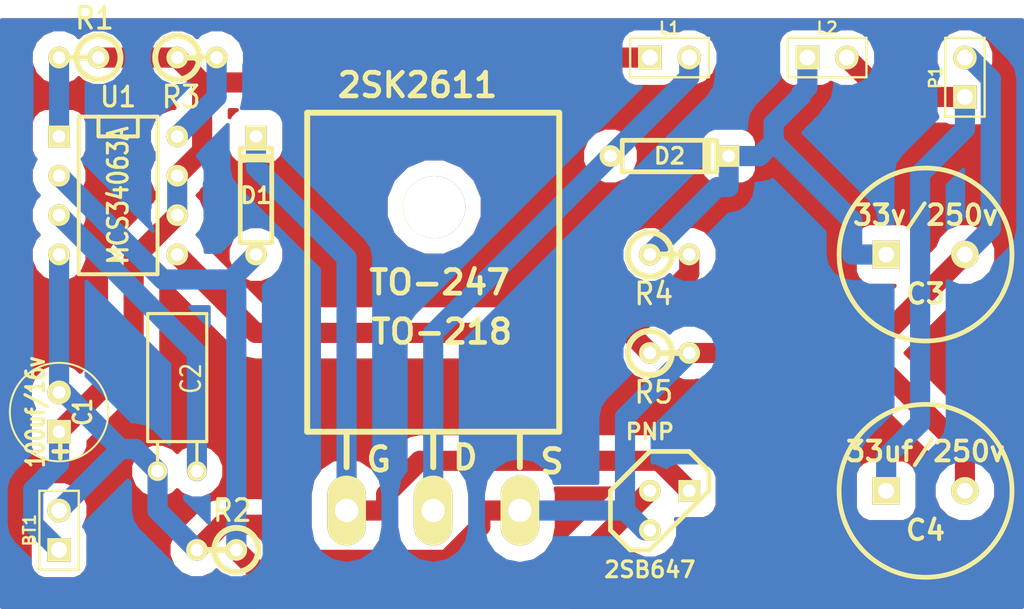
<source format=kicad_pcb>
(kicad_pcb (version 3) (host pcbnew "(2013-mar-13)-testing")

  (general
    (links 33)
    (no_connects 0)
    (area 115.57 89.1159 181.991 128.270001)
    (thickness 1.6)
    (drawings 0)
    (tracks 95)
    (zones 0)
    (modules 18)
    (nets 12)
  )

  (page A4)
  (layers
    (15 F.Cu signal)
    (0 B.Cu signal)
    (16 B.Adhes user)
    (17 F.Adhes user)
    (18 B.Paste user)
    (19 F.Paste user)
    (20 B.SilkS user)
    (21 F.SilkS user)
    (22 B.Mask user)
    (23 F.Mask user)
    (24 Dwgs.User user)
    (25 Cmts.User user)
    (26 Eco1.User user)
    (27 Eco2.User user)
    (28 Edge.Cuts user)
  )

  (setup
    (last_trace_width 1.3)
    (trace_clearance 0.254)
    (zone_clearance 1)
    (zone_45_only no)
    (trace_min 0.254)
    (segment_width 0.2)
    (edge_width 0.15)
    (via_size 0.889)
    (via_drill 0.635)
    (via_min_size 0.889)
    (via_min_drill 0.508)
    (uvia_size 0.508)
    (uvia_drill 0.127)
    (uvias_allowed no)
    (uvia_min_size 0.508)
    (uvia_min_drill 0.127)
    (pcb_text_width 0.3)
    (pcb_text_size 1.5 1.5)
    (mod_edge_width 0.15)
    (mod_text_size 1.5 1.5)
    (mod_text_width 0.15)
    (pad_size 1.4 1.4)
    (pad_drill 0.6)
    (pad_to_mask_clearance 0.2)
    (aux_axis_origin 0 0)
    (visible_elements FFFFFF7F)
    (pcbplotparams
      (layerselection 3178497)
      (usegerberextensions true)
      (excludeedgelayer true)
      (linewidth 0.150000)
      (plotframeref false)
      (viasonmask false)
      (mode 1)
      (useauxorigin false)
      (hpglpennumber 1)
      (hpglpenspeed 20)
      (hpglpendiameter 15)
      (hpglpenoverlay 2)
      (psnegative false)
      (psa4output false)
      (plotreference true)
      (plotvalue true)
      (plotothertext true)
      (plotinvisibletext false)
      (padsonsilk false)
      (subtractmaskfromsilk false)
      (outputformat 1)
      (mirror false)
      (drillshape 0)
      (scaleselection 1)
      (outputdirectory ""))
  )

  (net 0 "")
  (net 1 N-000001)
  (net 2 N-0000010)
  (net 3 N-0000011)
  (net 4 N-000002)
  (net 5 N-000003)
  (net 6 N-000004)
  (net 7 N-000005)
  (net 8 N-000006)
  (net 9 N-000007)
  (net 10 N-000008)
  (net 11 N-000009)

  (net_class Default "This is the default net class."
    (clearance 0.254)
    (trace_width 1.3)
    (via_dia 0.889)
    (via_drill 0.635)
    (uvia_dia 0.508)
    (uvia_drill 0.127)
    (add_net "")
    (add_net N-000001)
    (add_net N-0000010)
    (add_net N-0000011)
    (add_net N-000002)
    (add_net N-000003)
    (add_net N-000004)
    (add_net N-000005)
    (add_net N-000006)
    (add_net N-000007)
    (add_net N-000008)
    (add_net N-000009)
  )

  (module TO92 (layer F.Cu) (tedit 443CFFD1) (tstamp 52EE020B)
    (at 158.75 121.92)
    (descr "Transistor TO92 brochage type BC237")
    (tags "TR TO92")
    (path /52ECE0A1)
    (fp_text reference 2SB647 (at -1.27 3.81) (layer F.SilkS)
      (effects (font (size 1.016 1.016) (thickness 0.2032)))
    )
    (fp_text value PNP (at -1.27 -5.08) (layer F.SilkS)
      (effects (font (size 1.016 1.016) (thickness 0.2032)))
    )
    (fp_line (start -1.27 2.54) (end 2.54 -1.27) (layer F.SilkS) (width 0.3048))
    (fp_line (start 2.54 -1.27) (end 2.54 -2.54) (layer F.SilkS) (width 0.3048))
    (fp_line (start 2.54 -2.54) (end 1.27 -3.81) (layer F.SilkS) (width 0.3048))
    (fp_line (start 1.27 -3.81) (end -1.27 -3.81) (layer F.SilkS) (width 0.3048))
    (fp_line (start -1.27 -3.81) (end -3.81 -1.27) (layer F.SilkS) (width 0.3048))
    (fp_line (start -3.81 -1.27) (end -3.81 1.27) (layer F.SilkS) (width 0.3048))
    (fp_line (start -3.81 1.27) (end -2.54 2.54) (layer F.SilkS) (width 0.3048))
    (fp_line (start -2.54 2.54) (end -1.27 2.54) (layer F.SilkS) (width 0.3048))
    (pad 1 thru_hole rect (at 1.27 -1.27) (size 1.397 1.397) (drill 0.8128)
      (layers *.Cu *.Mask F.SilkS)
      (net 6 N-000004)
    )
    (pad 2 thru_hole circle (at -1.27 -1.27) (size 1.397 1.397) (drill 0.8128)
      (layers *.Cu *.Mask F.SilkS)
      (net 11 N-000009)
    )
    (pad 3 thru_hole circle (at -1.27 1.27) (size 1.397 1.397) (drill 0.8128)
      (layers *.Cu *.Mask F.SilkS)
      (net 10 N-000008)
    )
    (model discret/to98.wrl
      (at (xyz 0 0 0))
      (scale (xyz 1 1 1))
      (rotate (xyz 0 0 0))
    )
  )

  (module TO-247_Horizontal_FET-GDS (layer F.Cu) (tedit 4BBB254D) (tstamp 52EE0220)
    (at 143.51 121.92)
    (descr "Transistor FET TO-247 TO-218 TOP-3, 1=Gate 2=Drain 3=Source, lying horizontal, Front upward")
    (tags "Transistor FET GDS TO-247 TO-218 TOP-3")
    (path /52ECDF19)
    (fp_text reference 2SK2611 (at -1.016 -27.432) (layer F.SilkS)
      (effects (font (thickness 0.3048)))
    )
    (fp_text value MOSFET-N (at -1.27 5.08) (layer F.SilkS) hide
      (effects (font (thickness 0.3048)))
    )
    (fp_line (start -5.588 -2.794) (end -5.588 -5.08) (layer F.SilkS) (width 0.381))
    (fp_line (start 0 -2.794) (end 0 -5.08) (layer F.SilkS) (width 0.381))
    (fp_line (start 5.588 -2.794) (end 5.588 -5.08) (layer F.SilkS) (width 0.381))
    (fp_text user TO-218 (at 0.5588 -11.5316) (layer F.SilkS)
      (effects (font (thickness 0.3048)))
    )
    (fp_text user TO-247 (at 0.4064 -14.7066) (layer F.SilkS)
      (effects (font (thickness 0.3048)))
    )
    (fp_circle (center 0 -19.558) (end 1.778 -19.558) (layer F.SilkS) (width 0.381))
    (fp_text user S (at 7.6581 -3.1623) (layer F.SilkS)
      (effects (font (thickness 0.3048)))
    )
    (fp_text user D (at 2.0701 -3.4163) (layer F.SilkS)
      (effects (font (thickness 0.3048)))
    )
    (fp_text user G (at -3.5179 -3.2893) (layer F.SilkS)
      (effects (font (thickness 0.3048)))
    )
    (fp_line (start 8.128 -25.654) (end 8.128 -5.08) (layer F.SilkS) (width 0.381))
    (fp_line (start -8.128 -25.654) (end 8.128 -25.654) (layer F.SilkS) (width 0.381))
    (fp_line (start -8.128 -5.08) (end -8.128 -25.654) (layer F.SilkS) (width 0.381))
    (fp_line (start 8.128 -5.08) (end -8.128 -5.08) (layer F.SilkS) (width 0.381))
    (pad D thru_hole oval (at 0 0 90) (size 4.50088 2.49936) (drill 1.50114)
      (layers *.Cu *.Mask F.SilkS)
      (net 1 N-000001)
    )
    (pad G thru_hole oval (at -5.588 0 90) (size 4.50088 2.49936) (drill 1.50114)
      (layers *.Cu *.Mask F.SilkS)
      (net 6 N-000004)
    )
    (pad S thru_hole oval (at 5.588 0 90) (size 4.50088 2.49936) (drill 1.50114)
      (layers *.Cu *.Mask F.SilkS)
      (net 10 N-000008)
    )
    (pad 9 thru_hole circle (at 0.0635 -19.5707) (size 4.0005 4.0005) (drill 4.0005)
      (layers B.Cu)
    )
    (model ../extra_mod/packages3d/to218ah.wrl
      (at (xyz 0 0.4 0))
      (scale (xyz 1 1 1))
      (rotate (xyz 0 0 0))
    )
  )

  (module C1V7 (layer F.Cu) (tedit 200000) (tstamp 52EE0228)
    (at 119.38 115.57 90)
    (path /52ECE01C)
    (fp_text reference C1 (at 0 1.524 90) (layer F.SilkS)
      (effects (font (size 1.143 0.889) (thickness 0.2032)))
    )
    (fp_text value 100uf/16v (at 0 -1.524 90) (layer F.SilkS)
      (effects (font (size 1.143 0.889) (thickness 0.2032)))
    )
    (fp_text user + (at -2.54 0 90) (layer F.SilkS)
      (effects (font (size 1.143 1.143) (thickness 0.3048)))
    )
    (fp_circle (center 0 0) (end 3.175 0) (layer F.SilkS) (width 0.127))
    (pad 1 thru_hole rect (at -1.27 0 90) (size 1.524 1.524) (drill 0.8128)
      (layers *.Cu *.Mask F.SilkS)
      (net 2 N-0000010)
    )
    (pad 2 thru_hole circle (at 1.27 0 90) (size 1.524 1.524) (drill 0.8128)
      (layers *.Cu *.Mask F.SilkS)
      (net 10 N-000008)
    )
    (model discret/c_vert_c1v7.wrl
      (at (xyz 0 0 0))
      (scale (xyz 1 1 1))
      (rotate (xyz 0 0 0))
    )
  )

  (module QMONTRE (layer F.Cu) (tedit 451BB194) (tstamp 52EE0234)
    (at 127 119.38 180)
    (path /52ECE02C)
    (fp_text reference C2 (at -0.889 5.969 270) (layer F.SilkS)
      (effects (font (size 1.27 1.016) (thickness 0.1524)))
    )
    (fp_text value 1500pf (at 0.889 6.096 270) (layer F.SilkS) hide
      (effects (font (size 1.27 0.762) (thickness 0.1524)))
    )
    (fp_line (start -1.905 1.905) (end 1.905 1.905) (layer F.SilkS) (width 0.2032))
    (fp_line (start 1.905 1.905) (end 1.905 10.16) (layer F.SilkS) (width 0.2032))
    (fp_line (start 1.905 10.16) (end -1.905 10.16) (layer F.SilkS) (width 0.2032))
    (fp_line (start -1.905 10.16) (end -1.905 1.905) (layer F.SilkS) (width 0.2032))
    (fp_line (start -1.27 0) (end -1.27 1.905) (layer F.SilkS) (width 0.2032))
    (fp_line (start 1.27 0) (end 1.27 1.905) (layer F.SilkS) (width 0.2032))
    (pad 1 thru_hole circle (at -1.27 0 180) (size 1.27 1.27) (drill 0.8128)
      (layers *.Cu *.Mask F.SilkS)
      (net 3 N-0000011)
    )
    (pad 2 thru_hole circle (at 1.27 0 180) (size 1.27 1.27) (drill 0.8128)
      (layers *.Cu *.Mask F.SilkS)
      (net 10 N-000008)
    )
    (model discret/qmontre.wrl
      (at (xyz 0 0 0))
      (scale (xyz 1 1 1))
      (rotate (xyz 0 0 0))
    )
  )

  (module C2V10 (layer F.Cu) (tedit 41854742) (tstamp 52EE0490)
    (at 175.26 105.41)
    (descr "Condensateur polarise")
    (tags CP)
    (path /52ECE0D9)
    (fp_text reference C3 (at 0 2.54) (layer F.SilkS)
      (effects (font (size 1.27 1.27) (thickness 0.254)))
    )
    (fp_text value 33v/250v (at 0 -2.54) (layer F.SilkS)
      (effects (font (size 1.27 1.27) (thickness 0.254)))
    )
    (fp_circle (center 0 0) (end 4.826 -2.794) (layer F.SilkS) (width 0.3048))
    (pad 1 thru_hole rect (at -2.54 0) (size 1.778 1.778) (drill 1.016)
      (layers *.Cu *.Mask F.SilkS)
      (net 5 N-000003)
    )
    (pad 2 thru_hole circle (at 2.54 0) (size 1.778 1.778) (drill 1.016)
      (layers *.Cu *.Mask F.SilkS)
      (net 10 N-000008)
    )
    (model discret/c_vert_c2v10.wrl
      (at (xyz 0 0 0))
      (scale (xyz 1 1 1))
      (rotate (xyz 0 0 0))
    )
  )

  (module C2V10 (layer F.Cu) (tedit 41854742) (tstamp 52EE0242)
    (at 175.26 120.65)
    (descr "Condensateur polarise")
    (tags CP)
    (path /52ECE0DF)
    (fp_text reference C4 (at 0 2.54) (layer F.SilkS)
      (effects (font (size 1.27 1.27) (thickness 0.254)))
    )
    (fp_text value 33uf/250v (at 0 -2.54) (layer F.SilkS)
      (effects (font (size 1.27 1.27) (thickness 0.254)))
    )
    (fp_circle (center 0 0) (end 4.826 -2.794) (layer F.SilkS) (width 0.3048))
    (pad 1 thru_hole rect (at -2.54 0) (size 1.778 1.778) (drill 1.016)
      (layers *.Cu *.Mask F.SilkS)
      (net 8 N-000006)
    )
    (pad 2 thru_hole circle (at 2.54 0) (size 1.778 1.778) (drill 1.016)
      (layers *.Cu *.Mask F.SilkS)
      (net 10 N-000008)
    )
    (model discret/c_vert_c2v10.wrl
      (at (xyz 0 0 0))
      (scale (xyz 1 1 1))
      (rotate (xyz 0 0 0))
    )
  )

  (module D3 (layer F.Cu) (tedit 52EF4474) (tstamp 52EE0514)
    (at 132.08 101.6 90)
    (descr "Diode 3 pas")
    (tags "DIODE DEV")
    (path /52ECE0D3)
    (fp_text reference D1 (at 0 0 180) (layer F.SilkS)
      (effects (font (size 1.016 1.016) (thickness 0.2032)))
    )
    (fp_text value 1N4148 (at 0 0 90) (layer F.SilkS) hide
      (effects (font (size 1.016 1.016) (thickness 0.2032)))
    )
    (fp_line (start 3.81 0) (end 3.048 0) (layer F.SilkS) (width 0.3048))
    (fp_line (start 3.048 0) (end 3.048 -1.016) (layer F.SilkS) (width 0.3048))
    (fp_line (start 3.048 -1.016) (end -3.048 -1.016) (layer F.SilkS) (width 0.3048))
    (fp_line (start -3.048 -1.016) (end -3.048 0) (layer F.SilkS) (width 0.3048))
    (fp_line (start -3.048 0) (end -3.81 0) (layer F.SilkS) (width 0.3048))
    (fp_line (start -3.048 0) (end -3.048 1.016) (layer F.SilkS) (width 0.3048))
    (fp_line (start -3.048 1.016) (end 3.048 1.016) (layer F.SilkS) (width 0.3048))
    (fp_line (start 3.048 1.016) (end 3.048 0) (layer F.SilkS) (width 0.3048))
    (fp_line (start 2.54 -1.016) (end 2.54 1.016) (layer F.SilkS) (width 0.3048))
    (fp_line (start 2.286 1.016) (end 2.286 -1.016) (layer F.SilkS) (width 0.3048))
    (pad 2 thru_hole rect (at 3.81 0 90) (size 1.397 1.397) (drill 0.8128)
      (layers *.Cu *.Mask F.SilkS)
      (net 6 N-000004)
    )
    (pad 1 thru_hole circle (at -3.81 0 90) (size 1.397 1.397) (drill 0.8128)
      (layers *.Cu *.Mask F.SilkS)
      (net 11 N-000009)
    )
    (model discret/diode.wrl
      (at (xyz 0 0 0))
      (scale (xyz 0.3 0.3 0.3))
      (rotate (xyz 0 0 0))
    )
  )

  (module D3 (layer F.Cu) (tedit 200000) (tstamp 52EE0262)
    (at 158.75 99.06)
    (descr "Diode 3 pas")
    (tags "DIODE DEV")
    (path /52ECE0D1)
    (fp_text reference D2 (at 0 0) (layer F.SilkS)
      (effects (font (size 1.016 1.016) (thickness 0.2032)))
    )
    (fp_text value FR157 (at 0 0) (layer F.SilkS) hide
      (effects (font (size 1.016 1.016) (thickness 0.2032)))
    )
    (fp_line (start 3.81 0) (end 3.048 0) (layer F.SilkS) (width 0.3048))
    (fp_line (start 3.048 0) (end 3.048 -1.016) (layer F.SilkS) (width 0.3048))
    (fp_line (start 3.048 -1.016) (end -3.048 -1.016) (layer F.SilkS) (width 0.3048))
    (fp_line (start -3.048 -1.016) (end -3.048 0) (layer F.SilkS) (width 0.3048))
    (fp_line (start -3.048 0) (end -3.81 0) (layer F.SilkS) (width 0.3048))
    (fp_line (start -3.048 0) (end -3.048 1.016) (layer F.SilkS) (width 0.3048))
    (fp_line (start -3.048 1.016) (end 3.048 1.016) (layer F.SilkS) (width 0.3048))
    (fp_line (start 3.048 1.016) (end 3.048 0) (layer F.SilkS) (width 0.3048))
    (fp_line (start 2.54 -1.016) (end 2.54 1.016) (layer F.SilkS) (width 0.3048))
    (fp_line (start 2.286 1.016) (end 2.286 -1.016) (layer F.SilkS) (width 0.3048))
    (pad 2 thru_hole rect (at 3.81 0) (size 1.397 1.397) (drill 0.8128)
      (layers *.Cu *.Mask F.SilkS)
      (net 5 N-000003)
    )
    (pad 1 thru_hole circle (at -3.81 0) (size 1.397 1.397) (drill 0.8128)
      (layers *.Cu *.Mask F.SilkS)
      (net 1 N-000001)
    )
    (model discret/diode.wrl
      (at (xyz 0 0 0))
      (scale (xyz 0.3 0.3 0.3))
      (rotate (xyz 0 0 0))
    )
  )

  (module PIN_ARRAY_2X1 (layer F.Cu) (tedit 4565C520) (tstamp 52EE026C)
    (at 158.75 92.71)
    (descr "Connecteurs 2 pins")
    (tags "CONN DEV")
    (path /52ECE276)
    (fp_text reference L1 (at 0 -1.905) (layer F.SilkS)
      (effects (font (size 0.762 0.762) (thickness 0.1524)))
    )
    (fp_text value 220uh (at 0 -1.905) (layer F.SilkS) hide
      (effects (font (size 0.762 0.762) (thickness 0.1524)))
    )
    (fp_line (start -2.54 1.27) (end -2.54 -1.27) (layer F.SilkS) (width 0.1524))
    (fp_line (start -2.54 -1.27) (end 2.54 -1.27) (layer F.SilkS) (width 0.1524))
    (fp_line (start 2.54 -1.27) (end 2.54 1.27) (layer F.SilkS) (width 0.1524))
    (fp_line (start 2.54 1.27) (end -2.54 1.27) (layer F.SilkS) (width 0.1524))
    (pad 1 thru_hole rect (at -1.27 0) (size 1.524 1.524) (drill 1.016)
      (layers *.Cu *.Mask F.SilkS)
      (net 2 N-0000010)
    )
    (pad 2 thru_hole circle (at 1.27 0) (size 1.524 1.524) (drill 1.016)
      (layers *.Cu *.Mask F.SilkS)
      (net 1 N-000001)
    )
    (model pin_array/pins_array_2x1.wrl
      (at (xyz 0 0 0))
      (scale (xyz 1 1 1))
      (rotate (xyz 0 0 0))
    )
  )

  (module PIN_ARRAY_2X1 (layer F.Cu) (tedit 4565C520) (tstamp 52EE0276)
    (at 168.91 92.71)
    (descr "Connecteurs 2 pins")
    (tags "CONN DEV")
    (path /52ECE279)
    (fp_text reference L2 (at 0 -1.905) (layer F.SilkS)
      (effects (font (size 0.762 0.762) (thickness 0.1524)))
    )
    (fp_text value 22uh (at 0 -1.905) (layer F.SilkS) hide
      (effects (font (size 0.762 0.762) (thickness 0.1524)))
    )
    (fp_line (start -2.54 1.27) (end -2.54 -1.27) (layer F.SilkS) (width 0.1524))
    (fp_line (start -2.54 -1.27) (end 2.54 -1.27) (layer F.SilkS) (width 0.1524))
    (fp_line (start 2.54 -1.27) (end 2.54 1.27) (layer F.SilkS) (width 0.1524))
    (fp_line (start 2.54 1.27) (end -2.54 1.27) (layer F.SilkS) (width 0.1524))
    (pad 1 thru_hole rect (at -1.27 0) (size 1.524 1.524) (drill 1.016)
      (layers *.Cu *.Mask F.SilkS)
      (net 5 N-000003)
    )
    (pad 2 thru_hole circle (at 1.27 0) (size 1.524 1.524) (drill 1.016)
      (layers *.Cu *.Mask F.SilkS)
      (net 8 N-000006)
    )
    (model pin_array/pins_array_2x1.wrl
      (at (xyz 0 0 0))
      (scale (xyz 1 1 1))
      (rotate (xyz 0 0 0))
    )
  )

  (module R1 (layer F.Cu) (tedit 200000) (tstamp 52EE027E)
    (at 120.65 92.71 180)
    (descr "Resistance verticale")
    (tags R)
    (path /52ECE101)
    (autoplace_cost90 10)
    (autoplace_cost180 10)
    (fp_text reference R1 (at -1.016 2.54 180) (layer F.SilkS)
      (effects (font (size 1.397 1.27) (thickness 0.2032)))
    )
    (fp_text value "1k ohm" (at -1.143 2.54 180) (layer F.SilkS) hide
      (effects (font (size 1.397 1.27) (thickness 0.2032)))
    )
    (fp_line (start -1.27 0) (end 1.27 0) (layer F.SilkS) (width 0.381))
    (fp_circle (center -1.27 0) (end -0.635 1.27) (layer F.SilkS) (width 0.381))
    (pad 1 thru_hole circle (at -1.27 0 180) (size 1.397 1.397) (drill 0.8128)
      (layers *.Cu *.Mask F.SilkS)
      (net 2 N-0000010)
    )
    (pad 2 thru_hole circle (at 1.27 0 180) (size 1.397 1.397) (drill 0.8128)
      (layers *.Cu *.Mask F.SilkS)
      (net 9 N-000007)
    )
    (model discret/verti_resistor.wrl
      (at (xyz 0 0 0))
      (scale (xyz 1 1 1))
      (rotate (xyz 0 0 0))
    )
  )

  (module R1 (layer F.Cu) (tedit 200000) (tstamp 52EE0286)
    (at 129.54 124.46 180)
    (descr "Resistance verticale")
    (tags R)
    (path /52ECE0FB)
    (autoplace_cost90 10)
    (autoplace_cost180 10)
    (fp_text reference R2 (at -1.016 2.54 180) (layer F.SilkS)
      (effects (font (size 1.397 1.27) (thickness 0.2032)))
    )
    (fp_text value "1k ohm" (at -1.143 2.54 180) (layer F.SilkS) hide
      (effects (font (size 1.397 1.27) (thickness 0.2032)))
    )
    (fp_line (start -1.27 0) (end 1.27 0) (layer F.SilkS) (width 0.381))
    (fp_circle (center -1.27 0) (end -0.635 1.27) (layer F.SilkS) (width 0.381))
    (pad 1 thru_hole circle (at -1.27 0 180) (size 1.397 1.397) (drill 0.8128)
      (layers *.Cu *.Mask F.SilkS)
      (net 11 N-000009)
    )
    (pad 2 thru_hole circle (at 1.27 0 180) (size 1.397 1.397) (drill 0.8128)
      (layers *.Cu *.Mask F.SilkS)
      (net 10 N-000008)
    )
    (model discret/verti_resistor.wrl
      (at (xyz 0 0 0))
      (scale (xyz 1 1 1))
      (rotate (xyz 0 0 0))
    )
  )

  (module R1 (layer F.Cu) (tedit 200000) (tstamp 52EE028E)
    (at 128.27 92.71)
    (descr "Resistance verticale")
    (tags R)
    (path /52ECE103)
    (autoplace_cost90 10)
    (autoplace_cost180 10)
    (fp_text reference R3 (at -1.016 2.54) (layer F.SilkS)
      (effects (font (size 1.397 1.27) (thickness 0.2032)))
    )
    (fp_text value "620 ohm" (at -1.143 2.54) (layer F.SilkS) hide
      (effects (font (size 1.397 1.27) (thickness 0.2032)))
    )
    (fp_line (start -1.27 0) (end 1.27 0) (layer F.SilkS) (width 0.381))
    (fp_circle (center -1.27 0) (end -0.635 1.27) (layer F.SilkS) (width 0.381))
    (pad 1 thru_hole circle (at -1.27 0) (size 1.397 1.397) (drill 0.8128)
      (layers *.Cu *.Mask F.SilkS)
      (net 2 N-0000010)
    )
    (pad 2 thru_hole circle (at 1.27 0) (size 1.397 1.397) (drill 0.8128)
      (layers *.Cu *.Mask F.SilkS)
      (net 4 N-000002)
    )
    (model discret/verti_resistor.wrl
      (at (xyz 0 0 0))
      (scale (xyz 1 1 1))
      (rotate (xyz 0 0 0))
    )
  )

  (module R1 (layer F.Cu) (tedit 200000) (tstamp 52EE0296)
    (at 158.75 105.41)
    (descr "Resistance verticale")
    (tags R)
    (path /52ECE106)
    (autoplace_cost90 10)
    (autoplace_cost180 10)
    (fp_text reference R4 (at -1.016 2.54) (layer F.SilkS)
      (effects (font (size 1.397 1.27) (thickness 0.2032)))
    )
    (fp_text value "100k ohm" (at -1.143 2.54) (layer F.SilkS) hide
      (effects (font (size 1.397 1.27) (thickness 0.2032)))
    )
    (fp_line (start -1.27 0) (end 1.27 0) (layer F.SilkS) (width 0.381))
    (fp_circle (center -1.27 0) (end -0.635 1.27) (layer F.SilkS) (width 0.381))
    (pad 1 thru_hole circle (at -1.27 0) (size 1.397 1.397) (drill 0.8128)
      (layers *.Cu *.Mask F.SilkS)
      (net 5 N-000003)
    )
    (pad 2 thru_hole circle (at 1.27 0) (size 1.397 1.397) (drill 0.8128)
      (layers *.Cu *.Mask F.SilkS)
      (net 7 N-000005)
    )
    (model discret/verti_resistor.wrl
      (at (xyz 0 0 0))
      (scale (xyz 1 1 1))
      (rotate (xyz 0 0 0))
    )
  )

  (module R1 (layer F.Cu) (tedit 200000) (tstamp 52EE029E)
    (at 158.75 111.76)
    (descr "Resistance verticale")
    (tags R)
    (path /52ECE108)
    (autoplace_cost90 10)
    (autoplace_cost180 10)
    (fp_text reference R5 (at -1.016 2.54) (layer F.SilkS)
      (effects (font (size 1.397 1.27) (thickness 0.2032)))
    )
    (fp_text value "760 ohm" (at -1.143 2.54) (layer F.SilkS) hide
      (effects (font (size 1.397 1.27) (thickness 0.2032)))
    )
    (fp_line (start -1.27 0) (end 1.27 0) (layer F.SilkS) (width 0.381))
    (fp_circle (center -1.27 0) (end -0.635 1.27) (layer F.SilkS) (width 0.381))
    (pad 1 thru_hole circle (at -1.27 0) (size 1.397 1.397) (drill 0.8128)
      (layers *.Cu *.Mask F.SilkS)
      (net 7 N-000005)
    )
    (pad 2 thru_hole circle (at 1.27 0) (size 1.397 1.397) (drill 0.8128)
      (layers *.Cu *.Mask F.SilkS)
      (net 10 N-000008)
    )
    (model discret/verti_resistor.wrl
      (at (xyz 0 0 0))
      (scale (xyz 1 1 1))
      (rotate (xyz 0 0 0))
    )
  )

  (module DIP-8__300 (layer F.Cu) (tedit 43A7F843) (tstamp 52EF2C02)
    (at 123.19 101.6 270)
    (descr "8 pins DIL package, round pads")
    (tags DIL)
    (path /52ECDE52)
    (fp_text reference U1 (at -6.35 0 360) (layer F.SilkS)
      (effects (font (size 1.27 1.143) (thickness 0.2032)))
    )
    (fp_text value MCS34063A (at 0 0 270) (layer F.SilkS)
      (effects (font (size 1.27 1.016) (thickness 0.2032)))
    )
    (fp_line (start -5.08 -1.27) (end -3.81 -1.27) (layer F.SilkS) (width 0.254))
    (fp_line (start -3.81 -1.27) (end -3.81 1.27) (layer F.SilkS) (width 0.254))
    (fp_line (start -3.81 1.27) (end -5.08 1.27) (layer F.SilkS) (width 0.254))
    (fp_line (start -5.08 -2.54) (end 5.08 -2.54) (layer F.SilkS) (width 0.254))
    (fp_line (start 5.08 -2.54) (end 5.08 2.54) (layer F.SilkS) (width 0.254))
    (fp_line (start 5.08 2.54) (end -5.08 2.54) (layer F.SilkS) (width 0.254))
    (fp_line (start -5.08 2.54) (end -5.08 -2.54) (layer F.SilkS) (width 0.254))
    (pad 1 thru_hole rect (at -3.81 3.81 270) (size 1.397 1.397) (drill 0.8128)
      (layers *.Cu *.Mask F.SilkS)
      (net 9 N-000007)
    )
    (pad 2 thru_hole circle (at -1.27 3.81 270) (size 1.397 1.397) (drill 0.8128)
      (layers *.Cu *.Mask F.SilkS)
      (net 11 N-000009)
    )
    (pad 3 thru_hole circle (at 1.27 3.81 270) (size 1.397 1.397) (drill 0.8128)
      (layers *.Cu *.Mask F.SilkS)
      (net 3 N-0000011)
    )
    (pad 4 thru_hole circle (at 3.81 3.81 270) (size 1.397 1.397) (drill 0.8128)
      (layers *.Cu *.Mask F.SilkS)
      (net 10 N-000008)
    )
    (pad 5 thru_hole circle (at 3.81 -3.81 270) (size 1.397 1.397) (drill 0.8128)
      (layers *.Cu *.Mask F.SilkS)
      (net 7 N-000005)
    )
    (pad 6 thru_hole circle (at 1.27 -3.81 270) (size 1.397 1.397) (drill 0.8128)
      (layers *.Cu *.Mask F.SilkS)
      (net 2 N-0000010)
    )
    (pad 7 thru_hole circle (at -1.27 -3.81 270) (size 1.397 1.397) (drill 0.8128)
      (layers *.Cu *.Mask F.SilkS)
      (net 2 N-0000010)
    )
    (pad 8 thru_hole circle (at -3.81 -3.81 270) (size 1.397 1.397) (drill 0.8128)
      (layers *.Cu *.Mask F.SilkS)
      (net 4 N-000002)
    )
    (model dil/dil_8.wrl
      (at (xyz 0 0 0))
      (scale (xyz 1 1 1))
      (rotate (xyz 0 0 0))
    )
  )

  (module PIN_ARRAY_2X1 (layer F.Cu) (tedit 4565C520) (tstamp 52EF4492)
    (at 119.38 123.19 90)
    (descr "Connecteurs 2 pins")
    (tags "CONN DEV")
    (path /52EF418D)
    (fp_text reference BT1 (at 0 -1.905 90) (layer F.SilkS)
      (effects (font (size 0.762 0.762) (thickness 0.1524)))
    )
    (fp_text value BATTERY (at 0 -1.905 90) (layer F.SilkS) hide
      (effects (font (size 0.762 0.762) (thickness 0.1524)))
    )
    (fp_line (start -2.54 1.27) (end -2.54 -1.27) (layer F.SilkS) (width 0.1524))
    (fp_line (start -2.54 -1.27) (end 2.54 -1.27) (layer F.SilkS) (width 0.1524))
    (fp_line (start 2.54 -1.27) (end 2.54 1.27) (layer F.SilkS) (width 0.1524))
    (fp_line (start 2.54 1.27) (end -2.54 1.27) (layer F.SilkS) (width 0.1524))
    (pad 1 thru_hole rect (at -1.27 0 90) (size 1.524 1.524) (drill 1.016)
      (layers *.Cu *.Mask F.SilkS)
      (net 2 N-0000010)
    )
    (pad 2 thru_hole circle (at 1.27 0 90) (size 1.524 1.524) (drill 1.016)
      (layers *.Cu *.Mask F.SilkS)
      (net 10 N-000008)
    )
    (model pin_array/pins_array_2x1.wrl
      (at (xyz 0 0 0))
      (scale (xyz 1 1 1))
      (rotate (xyz 0 0 0))
    )
  )

  (module PIN_ARRAY_2X1 (layer F.Cu) (tedit 4565C520) (tstamp 52EF449C)
    (at 177.8 93.98 90)
    (descr "Connecteurs 2 pins")
    (tags "CONN DEV")
    (path /52EF4378)
    (fp_text reference P1 (at 0 -1.905 90) (layer F.SilkS)
      (effects (font (size 0.762 0.762) (thickness 0.1524)))
    )
    (fp_text value CONN_2 (at 0 -1.905 90) (layer F.SilkS) hide
      (effects (font (size 0.762 0.762) (thickness 0.1524)))
    )
    (fp_line (start -2.54 1.27) (end -2.54 -1.27) (layer F.SilkS) (width 0.1524))
    (fp_line (start -2.54 -1.27) (end 2.54 -1.27) (layer F.SilkS) (width 0.1524))
    (fp_line (start 2.54 -1.27) (end 2.54 1.27) (layer F.SilkS) (width 0.1524))
    (fp_line (start 2.54 1.27) (end -2.54 1.27) (layer F.SilkS) (width 0.1524))
    (pad 1 thru_hole rect (at -1.27 0 90) (size 1.524 1.524) (drill 1.016)
      (layers *.Cu *.Mask F.SilkS)
      (net 8 N-000006)
    )
    (pad 2 thru_hole circle (at 1.27 0 90) (size 1.524 1.524) (drill 1.016)
      (layers *.Cu *.Mask F.SilkS)
      (net 10 N-000008)
    )
    (model pin_array/pins_array_2x1.wrl
      (at (xyz 0 0 0))
      (scale (xyz 1 1 1))
      (rotate (xyz 0 0 0))
    )
  )

  (segment (start 160.02 93.98) (end 154.94 99.06) (width 1.3) (layer B.Cu) (net 1))
  (segment (start 160.02 92.71) (end 160.02 93.98) (width 1.3) (layer B.Cu) (net 1))
  (segment (start 143.51 110.49) (end 143.51 121.92) (width 1.3) (layer B.Cu) (net 1))
  (segment (start 154.94 99.06) (end 143.51 110.49) (width 1.3) (layer B.Cu) (net 1))
  (segment (start 127 100.33) (end 127 102.87) (width 1.3) (layer B.Cu) (net 2))
  (segment (start 117.7136 120.5684) (end 119.38 118.902) (width 1.3) (layer B.Cu) (net 2))
  (segment (start 117.7136 122.7936) (end 117.7136 120.5684) (width 1.3) (layer B.Cu) (net 2))
  (segment (start 119.38 124.46) (end 117.7136 122.7936) (width 1.3) (layer B.Cu) (net 2))
  (segment (start 119.38 116.84) (end 119.38 118.902) (width 1.3) (layer B.Cu) (net 2))
  (segment (start 157.48 92.71) (end 155.418 92.71) (width 1.3) (layer F.Cu) (net 2))
  (segment (start 127 92.71) (end 121.92 92.71) (width 1.3) (layer F.Cu) (net 2))
  (segment (start 124.1906 112.0294) (end 119.38 116.84) (width 1.3) (layer F.Cu) (net 2))
  (segment (start 124.1906 105.6794) (end 124.1906 112.0294) (width 1.3) (layer F.Cu) (net 2))
  (segment (start 127 102.87) (end 124.1906 105.6794) (width 1.3) (layer F.Cu) (net 2))
  (segment (start 128.6046 98.7254) (end 128.6046 94.3146) (width 1.3) (layer F.Cu) (net 2))
  (segment (start 127 100.33) (end 128.6046 98.7254) (width 1.3) (layer F.Cu) (net 2))
  (segment (start 127 92.71) (end 128.6046 94.3146) (width 1.3) (layer F.Cu) (net 2))
  (segment (start 153.8134 94.3146) (end 155.418 92.71) (width 1.3) (layer F.Cu) (net 2))
  (segment (start 128.6046 94.3146) (end 153.8134 94.3146) (width 1.3) (layer F.Cu) (net 2))
  (segment (start 128.27 111.76) (end 128.27 119.38) (width 1.3) (layer B.Cu) (net 3))
  (segment (start 119.38 102.87) (end 128.27 111.76) (width 1.3) (layer B.Cu) (net 3))
  (segment (start 129.54 95.25) (end 129.54 92.71) (width 1.3) (layer B.Cu) (net 4))
  (segment (start 127 97.79) (end 129.54 95.25) (width 1.3) (layer B.Cu) (net 4))
  (segment (start 162.56 99.06) (end 164.5585 99.06) (width 1.3) (layer B.Cu) (net 5))
  (segment (start 161.8315 101.0585) (end 162.56 101.0585) (width 1.3) (layer B.Cu) (net 5))
  (segment (start 157.48 105.41) (end 161.8315 101.0585) (width 1.3) (layer B.Cu) (net 5))
  (segment (start 162.56 99.06) (end 162.56 101.0585) (width 1.3) (layer B.Cu) (net 5))
  (segment (start 167.64 92.71) (end 167.64 94.6301) (width 1.3) (layer B.Cu) (net 5))
  (segment (start 165.4643 98.1542) (end 164.5585 99.06) (width 1.3) (layer B.Cu) (net 5))
  (segment (start 165.4642 98.1542) (end 165.4643 98.1542) (width 1.3) (layer B.Cu) (net 5))
  (segment (start 165.4642 96.9478) (end 165.4642 98.1542) (width 1.3) (layer B.Cu) (net 5))
  (segment (start 167.2322 95.1798) (end 165.4642 96.9478) (width 1.3) (layer B.Cu) (net 5))
  (segment (start 167.2322 95.0379) (end 167.2322 95.1798) (width 1.3) (layer B.Cu) (net 5))
  (segment (start 167.64 94.6301) (end 167.2322 95.0379) (width 1.3) (layer B.Cu) (net 5))
  (segment (start 170.531 103.221) (end 170.531 105.41) (width 1.3) (layer B.Cu) (net 5))
  (segment (start 165.4643 98.1542) (end 170.531 103.221) (width 1.3) (layer B.Cu) (net 5))
  (segment (start 172.72 105.41) (end 170.531 105.41) (width 1.3) (layer B.Cu) (net 5))
  (segment (start 137.922 105.6305) (end 137.922 121.92) (width 1.3) (layer B.Cu) (net 6))
  (segment (start 132.08 99.7885) (end 137.922 105.6305) (width 1.3) (layer B.Cu) (net 6))
  (segment (start 132.08 97.79) (end 132.08 99.7885) (width 1.3) (layer B.Cu) (net 6))
  (segment (start 158.0862 118.7162) (end 160.02 120.65) (width 1.3) (layer F.Cu) (net 6))
  (segment (start 142.6397 118.7162) (end 158.0862 118.7162) (width 1.3) (layer F.Cu) (net 6))
  (segment (start 140.4717 120.8842) (end 142.6397 118.7162) (width 1.3) (layer F.Cu) (net 6))
  (segment (start 140.4717 121.92) (end 140.4717 120.8842) (width 1.3) (layer F.Cu) (net 6))
  (segment (start 137.922 121.92) (end 140.4717 121.92) (width 1.3) (layer F.Cu) (net 6))
  (segment (start 157.48 111.76) (end 156.1844 110.4644) (width 1.3) (layer F.Cu) (net 7))
  (segment (start 132.0544 110.4644) (end 156.1844 110.4644) (width 1.3) (layer F.Cu) (net 7))
  (segment (start 127 105.41) (end 132.0544 110.4644) (width 1.3) (layer F.Cu) (net 7))
  (segment (start 160.02 106.6288) (end 160.02 105.41) (width 1.3) (layer F.Cu) (net 7))
  (segment (start 156.1844 110.4644) (end 160.02 106.6288) (width 1.3) (layer F.Cu) (net 7))
  (segment (start 172.72 95.25) (end 170.18 92.71) (width 1.3) (layer F.Cu) (net 8))
  (segment (start 177.8 95.25) (end 172.72 95.25) (width 1.3) (layer F.Cu) (net 8))
  (segment (start 174.909 116.272) (end 172.72 118.461) (width 1.3) (layer B.Cu) (net 8))
  (segment (start 174.909 100.203) (end 174.909 116.272) (width 1.3) (layer B.Cu) (net 8))
  (segment (start 177.8 97.312) (end 174.909 100.203) (width 1.3) (layer B.Cu) (net 8))
  (segment (start 177.8 95.25) (end 177.8 97.312) (width 1.3) (layer B.Cu) (net 8))
  (segment (start 172.72 120.65) (end 172.72 118.461) (width 1.3) (layer B.Cu) (net 8))
  (segment (start 119.38 97.79) (end 119.38 92.71) (width 1.3) (layer B.Cu) (net 9))
  (segment (start 119.38 105.41) (end 119.38 114.3) (width 1.3) (layer B.Cu) (net 10))
  (segment (start 125.73 121.92) (end 125.73 119.38) (width 1.3) (layer B.Cu) (net 10))
  (segment (start 128.27 124.46) (end 125.73 121.92) (width 1.3) (layer B.Cu) (net 10))
  (segment (start 119.6975 114.3) (end 123.3488 117.9512) (width 1.3) (layer B.Cu) (net 10))
  (segment (start 119.38 114.3) (end 119.6975 114.3) (width 1.3) (layer B.Cu) (net 10))
  (segment (start 124.3012 117.9512) (end 123.3488 117.9512) (width 1.3) (layer B.Cu) (net 10))
  (segment (start 125.73 119.38) (end 124.3012 117.9512) (width 1.3) (layer B.Cu) (net 10))
  (segment (start 123.3488 117.9512) (end 119.38 121.92) (width 1.3) (layer B.Cu) (net 10))
  (segment (start 146.5483 122.9485) (end 146.5483 121.92) (width 1.3) (layer F.Cu) (net 10))
  (segment (start 144.3948 125.102) (end 146.5483 122.9485) (width 1.3) (layer F.Cu) (net 10))
  (segment (start 134.5763 125.102) (end 144.3948 125.102) (width 1.3) (layer F.Cu) (net 10))
  (segment (start 132.3128 122.8385) (end 134.5763 125.102) (width 1.3) (layer F.Cu) (net 10))
  (segment (start 129.8915 122.8385) (end 132.3128 122.8385) (width 1.3) (layer F.Cu) (net 10))
  (segment (start 128.27 124.46) (end 129.8915 122.8385) (width 1.3) (layer F.Cu) (net 10))
  (segment (start 149.098 121.92) (end 146.5483 121.92) (width 1.3) (layer F.Cu) (net 10))
  (segment (start 178.0974 92.71) (end 177.8 92.71) (width 1.3) (layer B.Cu) (net 10))
  (segment (start 179.4664 94.079) (end 178.0974 92.71) (width 1.3) (layer B.Cu) (net 10))
  (segment (start 179.4664 103.7436) (end 179.4664 94.079) (width 1.3) (layer B.Cu) (net 10))
  (segment (start 177.8 105.41) (end 179.4664 103.7436) (width 1.3) (layer B.Cu) (net 10) (status 400000))
  (segment (start 149.098 121.92) (end 151.6477 121.92) (width 1.3) (layer B.Cu) (net 10))
  (segment (start 151.6477 121.92) (end 155.8771 121.92) (width 1.3) (layer B.Cu) (net 10))
  (segment (start 155.8771 115.9029) (end 155.8771 121.92) (width 1.3) (layer B.Cu) (net 10))
  (segment (start 160.02 111.76) (end 155.8771 115.9029) (width 1.3) (layer B.Cu) (net 10))
  (segment (start 157.1471 123.19) (end 157.48 123.19) (width 1.3) (layer B.Cu) (net 10))
  (segment (start 155.8771 121.92) (end 157.1471 123.19) (width 1.3) (layer B.Cu) (net 10))
  (segment (start 177.8 118.11) (end 177.8 120.65) (width 1.3) (layer F.Cu) (net 10))
  (segment (start 171.45 111.76) (end 177.8 118.11) (width 1.3) (layer F.Cu) (net 10))
  (segment (start 177.8 105.41) (end 171.45 111.76) (width 1.3) (layer F.Cu) (net 10))
  (segment (start 171.45 111.76) (end 160.02 111.76) (width 1.3) (layer F.Cu) (net 10))
  (segment (start 130.81 107.3598) (end 130.4701 107.0199) (width 1.3) (layer B.Cu) (net 11))
  (segment (start 130.81 124.46) (end 130.81 107.3598) (width 1.3) (layer B.Cu) (net 11))
  (segment (start 126.0699 107.0199) (end 130.4701 107.0199) (width 1.3) (layer B.Cu) (net 11))
  (segment (start 119.38 100.33) (end 126.0699 107.0199) (width 1.3) (layer B.Cu) (net 11))
  (segment (start 130.4701 107.0199) (end 132.08 105.41) (width 1.3) (layer B.Cu) (net 11))
  (segment (start 151.4465 126.6835) (end 157.48 120.65) (width 1.3) (layer F.Cu) (net 11))
  (segment (start 133.0335 126.6835) (end 151.4465 126.6835) (width 1.3) (layer F.Cu) (net 11))
  (segment (start 130.81 124.46) (end 133.0335 126.6835) (width 1.3) (layer F.Cu) (net 11))

  (zone (net 0) (net_name "") (layer B.Cu) (tstamp 52EF7FCA) (hatch edge 0.508)
    (connect_pads (clearance 1))
    (min_thickness 0.254)
    (fill (arc_segments 16) (thermal_gap 0.508) (thermal_bridge_width 0.508))
    (polygon
      (pts
        (xy 181.61 128.27) (xy 115.57 128.27) (xy 115.57 90.17) (xy 181.61 90.17)
      )
    )
    (filled_polygon
      (pts
        (xy 126.493 117.629942) (xy 125.557729 116.694671) (xy 124.981229 116.309466) (xy 124.3012 116.1742) (xy 124.084842 116.1742)
        (xy 121.157 113.246436) (xy 121.157 107.160057) (xy 126.493 112.496057) (xy 126.493 117.629942)
      )
    )
    (filled_polygon
      (pts
        (xy 129.033 110.009942) (xy 127.819957 108.7969) (xy 129.033 108.7969) (xy 129.033 110.009942)
      )
    )
    (filled_polygon
      (pts
        (xy 129.033 122.709942) (xy 127.507 121.183942) (xy 127.507 120.97104) (xy 127.525764 120.978832) (xy 127.589972 121.021734)
        (xy 127.665047 121.036667) (xy 127.917979 121.141694) (xy 128.194264 121.141935) (xy 128.27 121.157) (xy 128.345073 121.142066)
        (xy 128.618946 121.142306) (xy 128.874292 121.036798) (xy 128.950028 121.021734) (xy 129.013673 120.979207) (xy 129.033 120.971221)
        (xy 129.033 122.709942)
      )
    )
    (filled_polygon
      (pts
        (xy 177.6894 103.007542) (xy 177.234666 103.462276) (xy 176.686 103.68898) (xy 176.686 100.939057) (xy 177.6894 99.935657)
        (xy 177.6894 103.007542)
      )
    )
    (filled_polygon
      (pts
        (xy 181.483 128.143) (xy 181.2434 128.143) (xy 181.2434 103.7436) (xy 181.2434 94.079) (xy 181.108134 93.398972)
        (xy 181.108133 93.398971) (xy 180.722929 92.822471) (xy 180.722925 92.822468) (xy 179.353929 91.453471) (xy 178.936061 91.174261)
        (xy 178.936059 91.174259) (xy 178.87143 91.109517) (xy 178.786199 91.074126) (xy 178.777429 91.068266) (xy 178.767175 91.066226)
        (xy 178.767174 91.066226) (xy 178.177394 90.821328) (xy 177.425903 90.820673) (xy 176.731365 91.10765) (xy 176.199517 91.63857)
        (xy 175.911328 92.332606) (xy 175.910673 93.084097) (xy 176.184754 93.747426) (xy 176.082576 93.849606) (xy 175.911 94.263826)
        (xy 175.911 94.712174) (xy 175.911 96.236174) (xy 176.023 96.506566) (xy 176.023 96.575942) (xy 173.652471 98.946471)
        (xy 173.267266 99.522971) (xy 173.132 100.203) (xy 173.132 103.394) (xy 172.308 103.394) (xy 172.308 103.221023)
        (xy 172.308001 103.221018) (xy 172.308 103.221012) (xy 172.308 103.221) (xy 172.253446 102.946742) (xy 172.172741 102.540988)
        (xy 172.172735 102.540979) (xy 172.172734 102.540972) (xy 171.96977 102.237215) (xy 171.787541 101.964484) (xy 171.787531 101.964474)
        (xy 171.787529 101.964471) (xy 171.787525 101.964468) (xy 167.3741 97.550956) (xy 168.488725 96.436331) (xy 168.488729 96.436329)
        (xy 168.488729 96.436328) (xy 168.681331 96.148078) (xy 168.774467 96.00869) (xy 168.774468 96.008689) (xy 168.896529 95.886629)
        (xy 169.281733 95.310129) (xy 169.281734 95.310128) (xy 169.417 94.6301) (xy 169.417 94.438554) (xy 169.802606 94.598672)
        (xy 170.554097 94.599327) (xy 171.248635 94.31235) (xy 171.780483 93.78143) (xy 172.068672 93.087394) (xy 172.069327 92.335903)
        (xy 171.78235 91.641365) (xy 171.25143 91.109517) (xy 170.557394 90.821328) (xy 169.805903 90.820673) (xy 169.142573 91.094754)
        (xy 169.040394 90.992576) (xy 168.626174 90.821) (xy 168.177826 90.821) (xy 166.653826 90.821) (xy 166.239606 90.992575)
        (xy 165.922576 91.309606) (xy 165.751 91.723826) (xy 165.751 92.172174) (xy 165.751 93.696174) (xy 165.858762 93.956336)
        (xy 165.689931 94.209011) (xy 165.689929 94.209013) (xy 164.207671 95.691271) (xy 163.822466 96.267771) (xy 163.6872 96.9478)
        (xy 163.6872 97.283) (xy 163.599763 97.283) (xy 163.482674 97.2345) (xy 163.034326 97.2345) (xy 161.909327 97.2345)
        (xy 161.909327 92.335903) (xy 161.62235 91.641365) (xy 161.09143 91.109517) (xy 160.397394 90.821328) (xy 159.645903 90.820673)
        (xy 158.982573 91.094754) (xy 158.880394 90.992576) (xy 158.466174 90.821) (xy 158.017826 90.821) (xy 156.493826 90.821)
        (xy 156.079606 90.992575) (xy 155.762576 91.309606) (xy 155.591 91.723826) (xy 155.591 92.172174) (xy 155.591 93.696174)
        (xy 155.762575 94.110394) (xy 156.079606 94.427424) (xy 156.493826 94.599) (xy 156.887942 94.599) (xy 154.023407 97.463534)
        (xy 153.907288 97.511514) (xy 153.393319 98.024587) (xy 153.344296 98.142645) (xy 146.701291 104.78565) (xy 146.701291 101.729981)
        (xy 146.226199 100.58017) (xy 145.347257 99.699693) (xy 144.198277 99.222594) (xy 142.954181 99.221509) (xy 141.80437 99.696601)
        (xy 140.923893 100.575543) (xy 140.446794 101.724523) (xy 140.445709 102.968619) (xy 140.920801 104.11843) (xy 141.799743 104.998907)
        (xy 142.948723 105.476006) (xy 144.192819 105.477091) (xy 145.34263 105.001999) (xy 146.223107 104.123057) (xy 146.700206 102.974077)
        (xy 146.701291 101.729981) (xy 146.701291 104.78565) (xy 142.253471 109.233471) (xy 141.868266 109.809971) (xy 141.733 110.49)
        (xy 141.733 119.316827) (xy 141.314234 119.943556) (xy 141.13332 120.853072) (xy 141.13332 122.986928) (xy 141.314234 123.896444)
        (xy 141.829433 124.667495) (xy 142.600484 125.182694) (xy 143.51 125.363608) (xy 144.419516 125.182694) (xy 145.190567 124.667495)
        (xy 145.705766 123.896444) (xy 145.88668 122.986928) (xy 145.88668 120.853072) (xy 145.705766 119.943556) (xy 145.287 119.316827)
        (xy 145.287 111.226058) (xy 155.856592 100.656465) (xy 155.972712 100.608486) (xy 156.486681 100.095413) (xy 156.535703 99.977354)
        (xy 161.276529 95.236529) (xy 161.661734 94.660029) (xy 161.661734 94.660028) (xy 161.797 93.98) (xy 161.797 93.356329)
        (xy 161.908672 93.087394) (xy 161.909327 92.335903) (xy 161.909327 97.2345) (xy 161.637326 97.2345) (xy 161.223106 97.406075)
        (xy 160.906076 97.723106) (xy 160.7345 98.137326) (xy 160.7345 98.585674) (xy 160.7345 99.695377) (xy 160.574971 99.801971)
        (xy 156.563407 103.813534) (xy 156.447288 103.861514) (xy 155.933319 104.374587) (xy 155.654817 105.045292) (xy 155.654183 105.771521)
        (xy 155.931514 106.442712) (xy 156.444587 106.956681) (xy 157.115292 107.235183) (xy 157.841521 107.235817) (xy 158.512712 106.958486)
        (xy 158.749963 106.721647) (xy 158.984587 106.956681) (xy 159.655292 107.235183) (xy 160.381521 107.235817) (xy 161.052712 106.958486)
        (xy 161.566681 106.445413) (xy 161.845183 105.774708) (xy 161.845817 105.048479) (xy 161.568486 104.377288) (xy 161.297364 104.105693)
        (xy 162.569434 102.833623) (xy 163.240028 102.700234) (xy 163.816529 102.315029) (xy 164.201734 101.738528) (xy 164.337 101.0585)
        (xy 164.337 100.837) (xy 164.5585 100.837) (xy 165.238528 100.701734) (xy 165.238529 100.701734) (xy 165.394521 100.597502)
        (xy 165.394522 100.597502) (xy 168.754 103.957047) (xy 168.754 105.41) (xy 168.889266 106.090028) (xy 169.274471 106.666529)
        (xy 169.850972 107.051734) (xy 170.531 107.187) (xy 171.125181 107.187) (xy 171.192606 107.254424) (xy 171.606826 107.426)
        (xy 172.055174 107.426) (xy 173.132 107.426) (xy 173.132 115.535942) (xy 171.463471 117.204471) (xy 171.078266 117.780971)
        (xy 170.943 118.461) (xy 170.943 119.055181) (xy 170.875576 119.122606) (xy 170.704 119.536826) (xy 170.704 119.985174)
        (xy 170.704 121.763174) (xy 170.875575 122.177394) (xy 171.192606 122.494424) (xy 171.606826 122.666) (xy 172.055174 122.666)
        (xy 173.833174 122.666) (xy 174.247394 122.494425) (xy 174.564424 122.177394) (xy 174.736 121.763174) (xy 174.736 121.314826)
        (xy 174.736 119.536826) (xy 174.566483 119.127574) (xy 176.165525 117.528531) (xy 176.165528 117.528529) (xy 176.165529 117.528529)
        (xy 176.550733 116.952029) (xy 176.550734 116.952028) (xy 176.686 116.272) (xy 176.686 107.130319) (xy 177.397233 107.42565)
        (xy 178.199248 107.426349) (xy 178.940481 107.120078) (xy 179.508085 106.553463) (xy 179.748446 105.974611) (xy 180.722925 105.000131)
        (xy 180.722928 105.000129) (xy 180.722929 105.000129) (xy 181.108133 104.423629) (xy 181.108134 104.423628) (xy 181.2434 103.7436)
        (xy 181.2434 128.143) (xy 179.816349 128.143) (xy 179.816349 120.250752) (xy 179.510078 119.509519) (xy 178.943463 118.941915)
        (xy 178.202767 118.63435) (xy 177.400752 118.633651) (xy 176.659519 118.939922) (xy 176.091915 119.506537) (xy 175.78435 120.247233)
        (xy 175.783651 121.049248) (xy 176.089922 121.790481) (xy 176.656537 122.358085) (xy 177.397233 122.66565) (xy 178.199248 122.666349)
        (xy 178.940481 122.360078) (xy 179.508085 121.793463) (xy 179.81565 121.052767) (xy 179.816349 120.250752) (xy 179.816349 128.143)
        (xy 161.845817 128.143) (xy 161.845817 111.398479) (xy 161.568486 110.727288) (xy 161.055413 110.213319) (xy 160.384708 109.934817)
        (xy 159.658479 109.934183) (xy 158.987288 110.211514) (xy 158.750036 110.448352) (xy 158.515413 110.213319) (xy 157.844708 109.934817)
        (xy 157.118479 109.934183) (xy 156.447288 110.211514) (xy 155.933319 110.724587) (xy 155.654817 111.395292) (xy 155.654183 112.121521)
        (xy 155.931514 112.792712) (xy 156.202635 113.064306) (xy 154.620571 114.646371) (xy 154.235366 115.222871) (xy 154.1001 115.9029)
        (xy 154.1001 120.143) (xy 151.6477 120.143) (xy 151.333437 120.143) (xy 151.293766 119.943556) (xy 150.778567 119.172505)
        (xy 150.007516 118.657306) (xy 149.098 118.476392) (xy 148.188484 118.657306) (xy 147.417433 119.172505) (xy 146.902234 119.943556)
        (xy 146.72132 120.853072) (xy 146.72132 122.986928) (xy 146.902234 123.896444) (xy 147.417433 124.667495) (xy 148.188484 125.182694)
        (xy 149.098 125.363608) (xy 150.007516 125.182694) (xy 150.778567 124.667495) (xy 151.293766 123.896444) (xy 151.333437 123.697)
        (xy 151.6477 123.697) (xy 155.141042 123.697) (xy 155.890571 124.446529) (xy 156.467071 124.831733) (xy 156.467072 124.831734)
        (xy 156.863308 124.91055) (xy 156.86331 124.91055) (xy 157.115292 125.015183) (xy 157.841521 125.015817) (xy 158.512712 124.738486)
        (xy 159.026681 124.225413) (xy 159.305183 123.554708) (xy 159.305817 122.828479) (xy 159.159968 122.4755) (xy 159.545674 122.4755)
        (xy 160.942674 122.4755) (xy 161.356894 122.303925) (xy 161.673924 121.986894) (xy 161.8455 121.572674) (xy 161.8455 121.124326)
        (xy 161.8455 119.727326) (xy 161.673925 119.313106) (xy 161.356894 118.996076) (xy 160.942674 118.8245) (xy 160.494326 118.8245)
        (xy 159.097326 118.8245) (xy 158.683106 118.996075) (xy 158.545611 119.13357) (xy 158.515413 119.103319) (xy 157.844708 118.824817)
        (xy 157.6541 118.82465) (xy 157.6541 116.638957) (xy 160.93659 113.356466) (xy 161.052712 113.308486) (xy 161.566681 112.795413)
        (xy 161.845183 112.124708) (xy 161.845817 111.398479) (xy 161.845817 128.143) (xy 140.29868 128.143) (xy 140.29868 122.986928)
        (xy 140.29868 120.853072) (xy 140.117766 119.943556) (xy 139.699 119.316827) (xy 139.699 105.630505) (xy 139.699 105.6305)
        (xy 139.699001 105.6305) (xy 139.563734 104.950472) (xy 139.563734 104.950471) (xy 139.371131 104.662221) (xy 139.178529 104.373972)
        (xy 139.178529 104.373971) (xy 139.178525 104.373968) (xy 133.857 99.052442) (xy 133.857 98.829763) (xy 133.9055 98.712674)
        (xy 133.9055 98.264326) (xy 133.9055 96.867326) (xy 133.733925 96.453106) (xy 133.416894 96.136076) (xy 133.002674 95.9645)
        (xy 132.554326 95.9645) (xy 131.1587 95.9645) (xy 131.181733 95.930029) (xy 131.181734 95.930028) (xy 131.317 95.25)
        (xy 131.317 93.190745) (xy 131.365183 93.074708) (xy 131.365817 92.348479) (xy 131.088486 91.677288) (xy 130.575413 91.163319)
        (xy 129.904708 90.884817) (xy 129.178479 90.884183) (xy 128.507288 91.161514) (xy 128.270036 91.398352) (xy 128.035413 91.163319)
        (xy 127.364708 90.884817) (xy 126.638479 90.884183) (xy 125.967288 91.161514) (xy 125.453319 91.674587) (xy 125.174817 92.345292)
        (xy 125.174183 93.071521) (xy 125.451514 93.742712) (xy 125.964587 94.256681) (xy 126.635292 94.535183) (xy 127.361521 94.535817)
        (xy 127.763 94.369928) (xy 127.763 94.513942) (xy 126.083408 96.193534) (xy 125.967288 96.241514) (xy 125.453319 96.754587)
        (xy 125.174817 97.425292) (xy 125.174183 98.151521) (xy 125.451514 98.822712) (xy 125.688352 99.059963) (xy 125.453319 99.294587)
        (xy 125.174817 99.965292) (xy 125.174183 100.691521) (xy 125.223 100.809666) (xy 125.223 102.389254) (xy 125.174817 102.505292)
        (xy 125.174183 103.231521) (xy 125.441475 103.878417) (xy 120.976465 99.413407) (xy 120.928486 99.297288) (xy 120.896036 99.264781)
        (xy 121.033924 99.126894) (xy 121.2055 98.712674) (xy 121.2055 98.264326) (xy 121.2055 96.867326) (xy 121.157 96.750236)
        (xy 121.157 94.369797) (xy 121.555292 94.535183) (xy 122.281521 94.535817) (xy 122.952712 94.258486) (xy 123.466681 93.745413)
        (xy 123.745183 93.074708) (xy 123.745817 92.348479) (xy 123.468486 91.677288) (xy 122.955413 91.163319) (xy 122.284708 90.884817)
        (xy 121.558479 90.884183) (xy 120.887288 91.161514) (xy 120.650036 91.398352) (xy 120.415413 91.163319) (xy 119.744708 90.884817)
        (xy 119.018479 90.884183) (xy 118.347288 91.161514) (xy 117.833319 91.674587) (xy 117.554817 92.345292) (xy 117.554183 93.071521)
        (xy 117.603 93.189666) (xy 117.603 96.750236) (xy 117.5545 96.867326) (xy 117.5545 97.315674) (xy 117.5545 98.712674)
        (xy 117.726075 99.126894) (xy 117.86357 99.264388) (xy 117.833319 99.294587) (xy 117.554817 99.965292) (xy 117.554183 100.691521)
        (xy 117.831514 101.362712) (xy 118.068352 101.599963) (xy 117.833319 101.834587) (xy 117.554817 102.505292) (xy 117.554183 103.231521)
        (xy 117.831514 103.902712) (xy 118.068352 104.139963) (xy 117.833319 104.374587) (xy 117.554817 105.045292) (xy 117.554183 105.771521)
        (xy 117.603 105.889666) (xy 117.603 113.65367) (xy 117.491328 113.922606) (xy 117.490673 114.674097) (xy 117.764754 115.337426)
        (xy 117.662576 115.439606) (xy 117.491 115.853826) (xy 117.491 116.302174) (xy 117.491 117.826174) (xy 117.603 118.096566)
        (xy 117.603 118.165942) (xy 116.457071 119.311871) (xy 116.071866 119.888371) (xy 115.9366 120.5684) (xy 115.9366 122.7936)
        (xy 116.071866 123.473629) (xy 116.457071 124.050129) (xy 117.491 125.084057) (xy 117.491 125.446174) (xy 117.662575 125.860394)
        (xy 117.979606 126.177424) (xy 118.393826 126.349) (xy 118.842174 126.349) (xy 120.366174 126.349) (xy 120.780394 126.177425)
        (xy 121.097424 125.860394) (xy 121.269 125.446174) (xy 121.269 124.997826) (xy 121.269 123.473826) (xy 121.097425 123.059606)
        (xy 120.994791 122.956972) (xy 121.093284 122.719773) (xy 123.825 119.988058) (xy 123.953 120.116058) (xy 123.953 121.92)
        (xy 124.088266 122.600029) (xy 124.473471 123.176529) (xy 126.673533 125.37659) (xy 126.721514 125.492712) (xy 127.234587 126.006681)
        (xy 127.905292 126.285183) (xy 128.631521 126.285817) (xy 129.302712 126.008486) (xy 129.539963 125.771647) (xy 129.774587 126.006681)
        (xy 130.445292 126.285183) (xy 131.171521 126.285817) (xy 131.842712 126.008486) (xy 132.356681 125.495413) (xy 132.635183 124.824708)
        (xy 132.635817 124.098479) (xy 132.587 123.980333) (xy 132.587 107.416057) (xy 132.99659 107.006466) (xy 133.112712 106.958486)
        (xy 133.626681 106.445413) (xy 133.905183 105.774708) (xy 133.905817 105.048479) (xy 133.628486 104.377288) (xy 133.115413 103.863319)
        (xy 132.444708 103.584817) (xy 131.718479 103.584183) (xy 131.047288 103.861514) (xy 130.533319 104.374587) (xy 130.484296 104.492646)
        (xy 129.734042 105.2429) (xy 128.825647 105.2429) (xy 128.825817 105.048479) (xy 128.548486 104.377288) (xy 128.311647 104.140036)
        (xy 128.546681 103.905413) (xy 128.825183 103.234708) (xy 128.825817 102.508479) (xy 128.777 102.390333) (xy 128.777 100.810745)
        (xy 128.825183 100.694708) (xy 128.825817 99.968479) (xy 128.548486 99.297288) (xy 128.311647 99.060036) (xy 128.546681 98.825413)
        (xy 128.595703 98.707354) (xy 130.2545 97.048557) (xy 130.2545 97.315674) (xy 130.2545 98.712674) (xy 130.303 98.829763)
        (xy 130.303 99.7885) (xy 130.438266 100.468529) (xy 130.823471 101.045029) (xy 136.145 106.366557) (xy 136.145 119.316827)
        (xy 135.726234 119.943556) (xy 135.54532 120.853072) (xy 135.54532 122.986928) (xy 135.726234 123.896444) (xy 136.241433 124.667495)
        (xy 137.012484 125.182694) (xy 137.922 125.363608) (xy 138.831516 125.182694) (xy 139.602567 124.667495) (xy 140.117766 123.896444)
        (xy 140.29868 122.986928) (xy 140.29868 128.143) (xy 115.697 128.143) (xy 115.697 90.297) (xy 181.483 90.297)
        (xy 181.483 128.143)
      )
    )
  )
  (zone (net 0) (net_name "") (layer F.Cu) (tstamp 52EF8007) (hatch edge 0.508)
    (connect_pads (clearance 1))
    (min_thickness 0.254)
    (fill (arc_segments 16) (thermal_gap 0.508) (thermal_bridge_width 0.508))
    (polygon
      (pts
        (xy 181.61 128.27) (xy 115.57 128.27) (xy 115.57 90.17) (xy 181.61 90.17)
      )
    )
    (filled_polygon
      (pts
        (xy 130.850478 96.0916) (xy 130.743106 96.136075) (xy 130.426076 96.453106) (xy 130.3816 96.56048) (xy 130.3816 96.0916)
        (xy 130.850478 96.0916)
      )
    )
    (filled_polygon
      (pts
        (xy 147.775129 124.9065) (xy 147.103358 124.9065) (xy 147.387364 124.622493) (xy 147.417433 124.667495) (xy 147.775129 124.9065)
      )
    )
    (filled_polygon
      (pts
        (xy 155.123742 120.4932) (xy 150.710442 124.9065) (xy 150.42087 124.9065) (xy 150.778567 124.667495) (xy 151.293766 123.896444)
        (xy 151.47468 122.986928) (xy 151.47468 120.853072) (xy 151.403097 120.4932) (xy 155.123742 120.4932)
      )
    )
    (filled_polygon
      (pts
        (xy 181.483 128.143) (xy 179.816349 128.143) (xy 179.816349 120.250752) (xy 179.577 119.671482) (xy 179.577 118.11)
        (xy 179.441734 117.429972) (xy 179.441734 117.429971) (xy 179.056529 116.853471) (xy 173.963057 111.76) (xy 178.365334 107.357723)
        (xy 178.940481 107.120078) (xy 179.508085 106.553463) (xy 179.81565 105.812767) (xy 179.816349 105.010752) (xy 179.689327 104.703335)
        (xy 179.689327 92.335903) (xy 179.40235 91.641365) (xy 178.87143 91.109517) (xy 178.177394 90.821328) (xy 177.425903 90.820673)
        (xy 176.731365 91.10765) (xy 176.199517 91.63857) (xy 175.911328 92.332606) (xy 175.910673 93.084097) (xy 176.071364 93.473)
        (xy 173.456057 93.473) (xy 171.893551 91.910493) (xy 171.78235 91.641365) (xy 171.25143 91.109517) (xy 170.557394 90.821328)
        (xy 169.805903 90.820673) (xy 169.142573 91.094754) (xy 169.040394 90.992576) (xy 168.626174 90.821) (xy 168.177826 90.821)
        (xy 166.653826 90.821) (xy 166.239606 90.992575) (xy 165.922576 91.309606) (xy 165.751 91.723826) (xy 165.751 92.172174)
        (xy 165.751 93.696174) (xy 165.922575 94.110394) (xy 166.239606 94.427424) (xy 166.653826 94.599) (xy 167.102174 94.599)
        (xy 168.626174 94.599) (xy 169.040394 94.427425) (xy 169.143027 94.324791) (xy 169.380227 94.423284) (xy 171.463468 96.506525)
        (xy 171.463471 96.506529) (xy 172.039971 96.891733) (xy 172.039972 96.891734) (xy 172.72 97.027) (xy 176.543434 97.027)
        (xy 176.813826 97.139) (xy 177.262174 97.139) (xy 178.786174 97.139) (xy 179.200394 96.967425) (xy 179.517424 96.650394)
        (xy 179.689 96.236174) (xy 179.689 95.787826) (xy 179.689 94.263826) (xy 179.517425 93.849606) (xy 179.414791 93.746972)
        (xy 179.688672 93.087394) (xy 179.689327 92.335903) (xy 179.689327 104.703335) (xy 179.510078 104.269519) (xy 178.943463 103.701915)
        (xy 178.202767 103.39435) (xy 177.400752 103.393651) (xy 176.659519 103.699922) (xy 176.091915 104.266537) (xy 175.851554 104.845387)
        (xy 174.736 105.960942) (xy 174.736 104.296826) (xy 174.564425 103.882606) (xy 174.247394 103.565576) (xy 173.833174 103.394)
        (xy 173.384826 103.394) (xy 171.606826 103.394) (xy 171.192606 103.565575) (xy 170.875576 103.882606) (xy 170.704 104.296826)
        (xy 170.704 104.745174) (xy 170.704 106.523174) (xy 170.875575 106.937394) (xy 171.192606 107.254424) (xy 171.606826 107.426)
        (xy 172.055174 107.426) (xy 173.270942 107.426) (xy 170.713942 109.983) (xy 164.3855 109.983) (xy 164.3855 99.982674)
        (xy 164.3855 99.534326) (xy 164.3855 98.137326) (xy 164.213925 97.723106) (xy 163.896894 97.406076) (xy 163.482674 97.2345)
        (xy 163.034326 97.2345) (xy 161.637326 97.2345) (xy 161.223106 97.406075) (xy 160.906076 97.723106) (xy 160.7345 98.137326)
        (xy 160.7345 98.585674) (xy 160.7345 99.982674) (xy 160.906075 100.396894) (xy 161.223106 100.713924) (xy 161.637326 100.8855)
        (xy 162.085674 100.8855) (xy 163.482674 100.8855) (xy 163.896894 100.713925) (xy 164.213924 100.396894) (xy 164.3855 99.982674)
        (xy 164.3855 109.983) (xy 160.500745 109.983) (xy 160.384708 109.934817) (xy 159.658479 109.934183) (xy 158.987288 110.211514)
        (xy 158.750036 110.448352) (xy 158.731786 110.43007) (xy 161.276525 107.885331) (xy 161.276529 107.885329) (xy 161.276529 107.885328)
        (xy 161.469131 107.597078) (xy 161.661734 107.308829) (xy 161.661734 107.308828) (xy 161.797 106.6288) (xy 161.797001 106.6288)
        (xy 161.797 106.628794) (xy 161.797 105.890745) (xy 161.845183 105.774708) (xy 161.845817 105.048479) (xy 161.568486 104.377288)
        (xy 161.055413 103.863319) (xy 160.384708 103.584817) (xy 159.658479 103.584183) (xy 158.987288 103.861514) (xy 158.750036 104.098352)
        (xy 158.515413 103.863319) (xy 157.844708 103.584817) (xy 157.118479 103.584183) (xy 156.765817 103.7299) (xy 156.765817 98.698479)
        (xy 156.488486 98.027288) (xy 155.975413 97.513319) (xy 155.304708 97.234817) (xy 154.578479 97.234183) (xy 153.907288 97.511514)
        (xy 153.393319 98.024587) (xy 153.114817 98.695292) (xy 153.114183 99.421521) (xy 153.391514 100.092712) (xy 153.904587 100.606681)
        (xy 154.575292 100.885183) (xy 155.301521 100.885817) (xy 155.972712 100.608486) (xy 156.486681 100.095413) (xy 156.765183 99.424708)
        (xy 156.765817 98.698479) (xy 156.765817 103.7299) (xy 156.447288 103.861514) (xy 155.933319 104.374587) (xy 155.654817 105.045292)
        (xy 155.654183 105.771521) (xy 155.931514 106.442712) (xy 156.444587 106.956681) (xy 156.963563 107.172179) (xy 155.448342 108.6874)
        (xy 146.701291 108.6874) (xy 146.701291 101.729981) (xy 146.226199 100.58017) (xy 145.347257 99.699693) (xy 144.198277 99.222594)
        (xy 142.954181 99.221509) (xy 141.80437 99.696601) (xy 140.923893 100.575543) (xy 140.446794 101.724523) (xy 140.445709 102.968619)
        (xy 140.920801 104.11843) (xy 141.799743 104.998907) (xy 142.948723 105.476006) (xy 144.192819 105.477091) (xy 145.34263 105.001999)
        (xy 146.223107 104.123057) (xy 146.700206 102.974077) (xy 146.701291 101.729981) (xy 146.701291 108.6874) (xy 132.790458 108.6874)
        (xy 131.070498 106.96744) (xy 131.715292 107.235183) (xy 132.441521 107.235817) (xy 133.112712 106.958486) (xy 133.626681 106.445413)
        (xy 133.905183 105.774708) (xy 133.905817 105.048479) (xy 133.628486 104.377288) (xy 133.115413 103.863319) (xy 132.444708 103.584817)
        (xy 131.718479 103.584183) (xy 131.047288 103.861514) (xy 130.533319 104.374587) (xy 130.254817 105.045292) (xy 130.254183 105.771521)
        (xy 130.521475 106.418417) (xy 128.596465 104.493407) (xy 128.548486 104.377288) (xy 128.311647 104.140036) (xy 128.546681 103.905413)
        (xy 128.825183 103.234708) (xy 128.825817 102.508479) (xy 128.548486 101.837288) (xy 128.311647 101.600036) (xy 128.546681 101.365413)
        (xy 128.595703 101.247354) (xy 129.861129 99.981929) (xy 130.246334 99.405429) (xy 130.246334 99.405428) (xy 130.342075 98.924101)
        (xy 130.426075 99.126894) (xy 130.743106 99.443924) (xy 131.157326 99.6155) (xy 131.605674 99.6155) (xy 133.002674 99.6155)
        (xy 133.416894 99.443925) (xy 133.733924 99.126894) (xy 133.9055 98.712674) (xy 133.9055 98.264326) (xy 133.9055 96.867326)
        (xy 133.733925 96.453106) (xy 133.416894 96.136076) (xy 133.309519 96.0916) (xy 153.8134 96.0916) (xy 154.493428 95.956334)
        (xy 154.493429 95.956334) (xy 155.069929 95.571129) (xy 156.154058 94.487) (xy 156.223434 94.487) (xy 156.493826 94.599)
        (xy 156.942174 94.599) (xy 158.466174 94.599) (xy 158.880394 94.427425) (xy 158.983027 94.324791) (xy 159.642606 94.598672)
        (xy 160.394097 94.599327) (xy 161.088635 94.31235) (xy 161.620483 93.78143) (xy 161.908672 93.087394) (xy 161.909327 92.335903)
        (xy 161.62235 91.641365) (xy 161.09143 91.109517) (xy 160.397394 90.821328) (xy 159.645903 90.820673) (xy 158.982573 91.094754)
        (xy 158.880394 90.992576) (xy 158.466174 90.821) (xy 158.017826 90.821) (xy 156.493826 90.821) (xy 156.223433 90.933)
        (xy 155.418 90.933) (xy 154.737971 91.068266) (xy 154.161471 91.453471) (xy 153.077342 92.5376) (xy 131.365651 92.5376)
        (xy 131.365817 92.348479) (xy 131.088486 91.677288) (xy 130.575413 91.163319) (xy 129.904708 90.884817) (xy 129.178479 90.884183)
        (xy 128.507288 91.161514) (xy 128.270036 91.398352) (xy 128.035413 91.163319) (xy 127.364708 90.884817) (xy 126.638479 90.884183)
        (xy 126.520333 90.933) (xy 122.400745 90.933) (xy 122.284708 90.884817) (xy 121.558479 90.884183) (xy 120.887288 91.161514)
        (xy 120.650036 91.398352) (xy 120.415413 91.163319) (xy 119.744708 90.884817) (xy 119.018479 90.884183) (xy 118.347288 91.161514)
        (xy 117.833319 91.674587) (xy 117.554817 92.345292) (xy 117.554183 93.071521) (xy 117.831514 93.742712) (xy 118.344587 94.256681)
        (xy 119.015292 94.535183) (xy 119.741521 94.535817) (xy 120.412712 94.258486) (xy 120.649963 94.021647) (xy 120.884587 94.256681)
        (xy 121.555292 94.535183) (xy 122.281521 94.535817) (xy 122.399666 94.487) (xy 126.263942 94.487) (xy 126.8276 95.050658)
        (xy 126.8276 95.964348) (xy 126.638479 95.964183) (xy 125.967288 96.241514) (xy 125.453319 96.754587) (xy 125.174817 97.425292)
        (xy 125.174183 98.151521) (xy 125.451514 98.822712) (xy 125.688352 99.059963) (xy 125.453319 99.294587) (xy 125.174817 99.965292)
        (xy 125.174183 100.691521) (xy 125.451514 101.362712) (xy 125.688352 101.599963) (xy 125.453319 101.834587) (xy 125.404296 101.952646)
        (xy 122.934071 104.422871) (xy 122.548866 104.999371) (xy 122.4136 105.6794) (xy 122.4136 111.293342) (xy 121.205817 112.501124)
        (xy 121.205817 105.048479) (xy 120.928486 104.377288) (xy 120.691647 104.140036) (xy 120.926681 103.905413) (xy 121.205183 103.234708)
        (xy 121.205817 102.508479) (xy 120.928486 101.837288) (xy 120.691647 101.600036) (xy 120.926681 101.365413) (xy 121.205183 100.694708)
        (xy 121.205817 99.968479) (xy 120.928486 99.297288) (xy 120.896036 99.264781) (xy 121.033924 99.126894) (xy 121.2055 98.712674)
        (xy 121.2055 98.264326) (xy 121.2055 96.867326) (xy 121.033925 96.453106) (xy 120.716894 96.136076) (xy 120.302674 95.9645)
        (xy 119.854326 95.9645) (xy 118.457326 95.9645) (xy 118.043106 96.136075) (xy 117.726076 96.453106) (xy 117.5545 96.867326)
        (xy 117.5545 97.315674) (xy 117.5545 98.712674) (xy 117.726075 99.126894) (xy 117.86357 99.264388) (xy 117.833319 99.294587)
        (xy 117.554817 99.965292) (xy 117.554183 100.691521) (xy 117.831514 101.362712) (xy 118.068352 101.599963) (xy 117.833319 101.834587)
        (xy 117.554817 102.505292) (xy 117.554183 103.231521) (xy 117.831514 103.902712) (xy 118.068352 104.139963) (xy 117.833319 104.374587)
        (xy 117.554817 105.045292) (xy 117.554183 105.771521) (xy 117.831514 106.442712) (xy 118.344587 106.956681) (xy 119.015292 107.235183)
        (xy 119.741521 107.235817) (xy 120.412712 106.958486) (xy 120.926681 106.445413) (xy 121.205183 105.774708) (xy 121.205817 105.048479)
        (xy 121.205817 112.501124) (xy 120.729184 112.977757) (xy 120.45143 112.699517) (xy 119.757394 112.411328) (xy 119.005903 112.410673)
        (xy 118.311365 112.69765) (xy 117.779517 113.22857) (xy 117.491328 113.922606) (xy 117.490673 114.674097) (xy 117.764754 115.337426)
        (xy 117.662576 115.439606) (xy 117.491 115.853826) (xy 117.491 116.302174) (xy 117.491 117.826174) (xy 117.662575 118.240394)
        (xy 117.979606 118.557424) (xy 118.393826 118.729) (xy 118.842174 118.729) (xy 120.366174 118.729) (xy 120.780394 118.557425)
        (xy 121.097424 118.240394) (xy 121.269 117.826174) (xy 121.269 117.464058) (xy 125.447129 113.285929) (xy 125.832334 112.709429)
        (xy 125.832334 112.709428) (xy 125.9676 112.0294) (xy 125.967601 112.0294) (xy 125.9676 112.029394) (xy 125.9676 106.957932)
        (xy 126.082645 107.005703) (xy 130.797871 111.720929) (xy 131.374371 112.106134) (xy 131.374372 112.106134) (xy 132.0544 112.2414)
        (xy 155.448341 112.2414) (xy 155.883534 112.676592) (xy 155.931514 112.792712) (xy 156.444587 113.306681) (xy 157.115292 113.585183)
        (xy 157.841521 113.585817) (xy 158.512712 113.308486) (xy 158.749963 113.071647) (xy 158.984587 113.306681) (xy 159.655292 113.585183)
        (xy 160.381521 113.585817) (xy 160.499666 113.537) (xy 170.713942 113.537) (xy 176.023 118.846058) (xy 176.023 119.672502)
        (xy 175.78435 120.247233) (xy 175.783651 121.049248) (xy 176.089922 121.790481) (xy 176.656537 122.358085) (xy 177.397233 122.66565)
        (xy 178.199248 122.666349) (xy 178.940481 122.360078) (xy 179.508085 121.793463) (xy 179.81565 121.052767) (xy 179.816349 120.250752)
        (xy 179.816349 128.143) (xy 174.736 128.143) (xy 174.736 121.763174) (xy 174.736 121.314826) (xy 174.736 119.536826)
        (xy 174.564425 119.122606) (xy 174.247394 118.805576) (xy 173.833174 118.634) (xy 173.384826 118.634) (xy 171.606826 118.634)
        (xy 171.192606 118.805575) (xy 170.875576 119.122606) (xy 170.704 119.536826) (xy 170.704 119.985174) (xy 170.704 121.763174)
        (xy 170.875575 122.177394) (xy 171.192606 122.494424) (xy 171.606826 122.666) (xy 172.055174 122.666) (xy 173.833174 122.666)
        (xy 174.247394 122.494425) (xy 174.564424 122.177394) (xy 174.736 121.763174) (xy 174.736 128.143) (xy 152.399261 128.143)
        (xy 152.703029 127.940029) (xy 156.175716 124.46734) (xy 156.444587 124.736681) (xy 157.115292 125.015183) (xy 157.841521 125.015817)
        (xy 158.512712 124.738486) (xy 159.026681 124.225413) (xy 159.305183 123.554708) (xy 159.305817 122.828479) (xy 159.159968 122.4755)
        (xy 159.545674 122.4755) (xy 160.942674 122.4755) (xy 161.356894 122.303925) (xy 161.673924 121.986894) (xy 161.8455 121.572674)
        (xy 161.8455 121.124326) (xy 161.8455 119.727326) (xy 161.673925 119.313106) (xy 161.356894 118.996076) (xy 160.942674 118.8245)
        (xy 160.707558 118.8245) (xy 159.342729 117.459671) (xy 158.766229 117.074466) (xy 158.0862 116.9392) (xy 142.6397 116.9392)
        (xy 141.959671 117.074466) (xy 141.383171 117.459671) (xy 139.629711 119.21313) (xy 139.602567 119.172505) (xy 138.831516 118.657306)
        (xy 137.922 118.476392) (xy 137.012484 118.657306) (xy 136.241433 119.172505) (xy 135.726234 119.943556) (xy 135.54532 120.853072)
        (xy 135.54532 122.986928) (xy 135.612566 123.325) (xy 135.312357 123.325) (xy 133.569329 121.581971) (xy 132.992829 121.196766)
        (xy 132.3128 121.0615) (xy 130.032306 121.0615) (xy 130.032306 119.031054) (xy 129.764622 118.383211) (xy 129.269396 117.88712)
        (xy 128.622021 117.618306) (xy 127.921054 117.617694) (xy 127.273211 117.885378) (xy 126.999957 118.158154) (xy 126.729396 117.88712)
        (xy 126.082021 117.618306) (xy 125.381054 117.617694) (xy 124.733211 117.885378) (xy 124.23712 118.380604) (xy 123.968306 119.027979)
        (xy 123.967694 119.728946) (xy 124.235378 120.376789) (xy 124.730604 120.87288) (xy 125.377979 121.141694) (xy 126.078946 121.142306)
        (xy 126.726789 120.874622) (xy 127.000042 120.601845) (xy 127.270604 120.87288) (xy 127.917979 121.141694) (xy 128.618946 121.142306)
        (xy 129.266789 120.874622) (xy 129.76288 120.379396) (xy 130.031694 119.732021) (xy 130.032306 119.031054) (xy 130.032306 121.0615)
        (xy 129.8915 121.0615) (xy 129.211472 121.196766) (xy 128.634971 121.581971) (xy 127.353407 122.863534) (xy 127.237288 122.911514)
        (xy 126.723319 123.424587) (xy 126.444817 124.095292) (xy 126.444183 124.821521) (xy 126.721514 125.492712) (xy 127.234587 126.006681)
        (xy 127.905292 126.285183) (xy 128.631521 126.285817) (xy 129.302712 126.008486) (xy 129.539963 125.771647) (xy 129.774587 126.006681)
        (xy 129.892645 126.055703) (xy 131.776971 127.940029) (xy 132.080738 128.143) (xy 121.269327 128.143) (xy 121.269327 121.545903)
        (xy 120.98235 120.851365) (xy 120.45143 120.319517) (xy 119.757394 120.031328) (xy 119.005903 120.030673) (xy 118.311365 120.31765)
        (xy 117.779517 120.84857) (xy 117.491328 121.542606) (xy 117.490673 122.294097) (xy 117.764754 122.957426) (xy 117.662576 123.059606)
        (xy 117.491 123.473826) (xy 117.491 123.922174) (xy 117.491 125.446174) (xy 117.662575 125.860394) (xy 117.979606 126.177424)
        (xy 118.393826 126.349) (xy 118.842174 126.349) (xy 120.366174 126.349) (xy 120.780394 126.177425) (xy 121.097424 125.860394)
        (xy 121.269 125.446174) (xy 121.269 124.997826) (xy 121.269 123.473826) (xy 121.097425 123.059606) (xy 120.994791 122.956972)
        (xy 121.268672 122.297394) (xy 121.269327 121.545903) (xy 121.269327 128.143) (xy 115.697 128.143) (xy 115.697 90.297)
        (xy 181.483 90.297) (xy 181.483 128.143)
      )
    )
  )
)

</source>
